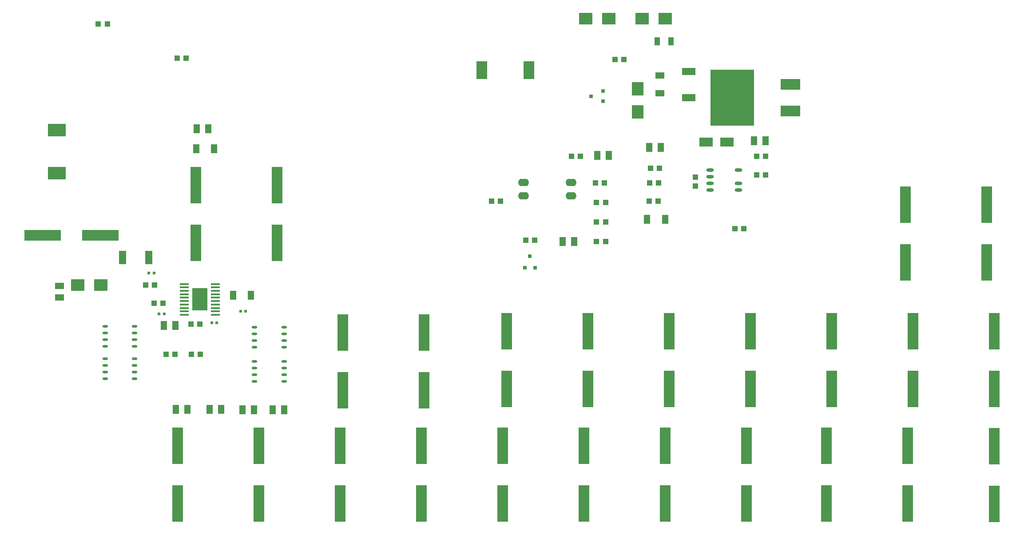
<source format=gbr>
%TF.GenerationSoftware,Altium Limited,Altium Designer,20.0.13 (296)*%
G04 Layer_Color=8421504*
%FSLAX45Y45*%
%MOMM*%
%TF.FileFunction,Paste,Top*%
%TF.Part,Single*%
G01*
G75*
%TA.AperFunction,SMDPad,CuDef*%
%ADD10R,8.38000X10.66000*%
%ADD11R,3.81000X2.03200*%
%ADD12R,3.00000X4.20000*%
%ADD13O,1.78000X0.42000*%
%ADD14R,2.00000X7.00000*%
%ADD15R,7.00000X2.00000*%
%ADD16R,2.50000X2.30000*%
%ADD17R,2.30000X2.50000*%
%ADD18R,3.40000X2.40000*%
%ADD19O,1.05000X0.45000*%
%ADD20R,2.50000X1.70000*%
%ADD21R,2.00000X3.50000*%
%ADD22R,2.50000X1.40000*%
%ADD23R,1.40000X2.50000*%
%ADD24R,1.00000X1.55000*%
%ADD25R,1.20000X1.80000*%
%ADD26R,1.10000X1.00000*%
%ADD27O,1.45000X0.60000*%
%ADD28R,1.80000X1.20000*%
%ADD29R,1.00000X1.10000*%
%ADD30O,2.10000X1.40000*%
%ADD31R,0.80000X0.80000*%
%ADD32R,0.80000X0.80000*%
%ADD33R,0.60000X0.50000*%
D10*
X13550000Y-1925000D02*
D03*
D11*
X14660001Y-2179000D02*
D03*
Y-1671000D02*
D03*
D12*
X3400000Y-5775000D02*
D03*
D13*
X3697000Y-6067500D02*
D03*
Y-6002500D02*
D03*
Y-5937500D02*
D03*
Y-5872500D02*
D03*
Y-5807500D02*
D03*
Y-5742500D02*
D03*
Y-5677500D02*
D03*
Y-5612500D02*
D03*
Y-5547500D02*
D03*
Y-5482500D02*
D03*
X3103000Y-6067500D02*
D03*
Y-6002500D02*
D03*
Y-5937500D02*
D03*
Y-5872500D02*
D03*
Y-5807500D02*
D03*
Y-5742500D02*
D03*
Y-5677500D02*
D03*
Y-5612500D02*
D03*
Y-5547500D02*
D03*
Y-5482500D02*
D03*
D14*
X18550000Y-9675000D02*
D03*
Y-8575000D02*
D03*
X16900008Y-9670001D02*
D03*
Y-8570001D02*
D03*
X15350011Y-9670001D02*
D03*
Y-8570001D02*
D03*
X13825015Y-9670001D02*
D03*
Y-8570001D02*
D03*
X12275018Y-9670001D02*
D03*
Y-8570001D02*
D03*
X10725021Y-9670001D02*
D03*
Y-8570001D02*
D03*
X9175024Y-9670001D02*
D03*
Y-8570001D02*
D03*
X7625027Y-9670001D02*
D03*
Y-8570001D02*
D03*
X6075030Y-9670001D02*
D03*
Y-8570001D02*
D03*
X4525033Y-9670001D02*
D03*
Y-8570001D02*
D03*
X2975036Y-9670001D02*
D03*
Y-8570001D02*
D03*
X9249961Y-6379999D02*
D03*
Y-7479999D02*
D03*
X10799958Y-6379999D02*
D03*
Y-7479999D02*
D03*
X12349954Y-6379999D02*
D03*
Y-7479999D02*
D03*
X13899951Y-6379999D02*
D03*
Y-7479999D02*
D03*
X15449948Y-6379999D02*
D03*
Y-7479999D02*
D03*
X16999945Y-6379999D02*
D03*
Y-7479999D02*
D03*
X18549942Y-6379999D02*
D03*
Y-7479999D02*
D03*
X4874988Y-4695001D02*
D03*
Y-3595001D02*
D03*
X3324992Y-4695001D02*
D03*
Y-3595001D02*
D03*
X6125033Y-6404999D02*
D03*
Y-7504999D02*
D03*
X7675030Y-6404999D02*
D03*
Y-7504999D02*
D03*
X18399973Y-5070001D02*
D03*
Y-3970001D02*
D03*
X16849976Y-5070001D02*
D03*
Y-3970001D02*
D03*
D15*
X404999Y-4549998D02*
D03*
X1504999D02*
D03*
D16*
X11200000Y-425000D02*
D03*
X10760000D02*
D03*
X11830000D02*
D03*
X12270000D02*
D03*
X1515000Y-5500000D02*
D03*
X1075000D02*
D03*
D17*
X11750000Y-1755000D02*
D03*
Y-2195000D02*
D03*
D18*
X675000Y-2550000D02*
D03*
Y-3370000D02*
D03*
D19*
X1593000Y-6909500D02*
D03*
Y-7036500D02*
D03*
Y-7163500D02*
D03*
Y-7290500D02*
D03*
X2157000Y-6909500D02*
D03*
Y-7036500D02*
D03*
Y-7163500D02*
D03*
Y-7290500D02*
D03*
X1593000Y-6284500D02*
D03*
Y-6411500D02*
D03*
Y-6538500D02*
D03*
Y-6665500D02*
D03*
X2157000Y-6284500D02*
D03*
Y-6411500D02*
D03*
Y-6538500D02*
D03*
Y-6665500D02*
D03*
X4443000Y-6309500D02*
D03*
Y-6436500D02*
D03*
Y-6563500D02*
D03*
Y-6690500D02*
D03*
X5007000Y-6309500D02*
D03*
Y-6436500D02*
D03*
Y-6563500D02*
D03*
Y-6690500D02*
D03*
X4443000Y-6959500D02*
D03*
Y-7086500D02*
D03*
Y-7213500D02*
D03*
Y-7340500D02*
D03*
X5007000Y-6959500D02*
D03*
Y-7086500D02*
D03*
Y-7213500D02*
D03*
Y-7340500D02*
D03*
D20*
X13050000Y-2775000D02*
D03*
X13450000D02*
D03*
D21*
X9675000Y-1400000D02*
D03*
X8775000D02*
D03*
D22*
X12725167Y-1425221D02*
D03*
Y-1925221D02*
D03*
D23*
X1925221Y-4974833D02*
D03*
X2425221D02*
D03*
D24*
X12120000Y-850000D02*
D03*
X12380000D02*
D03*
D25*
X13964999Y-2750000D02*
D03*
X14185001D02*
D03*
X3560000Y-2525000D02*
D03*
X3340000D02*
D03*
X12269997Y-4249999D02*
D03*
X11930003Y-4250001D02*
D03*
X3330003Y-2900001D02*
D03*
X3669997Y-2899999D02*
D03*
X4375000Y-5700000D02*
D03*
X4035006Y-5700003D02*
D03*
X11965000Y-2875000D02*
D03*
X12185000D02*
D03*
X11200001Y-3025000D02*
D03*
X10980000D02*
D03*
X10535000Y-4675000D02*
D03*
X10315000D02*
D03*
X2940000Y-7875000D02*
D03*
X3160000D02*
D03*
X3810000Y-7875000D02*
D03*
X3590000D02*
D03*
X4215037Y-7880000D02*
D03*
X4435037D02*
D03*
X4790035D02*
D03*
X5010036D02*
D03*
X2715000Y-6275000D02*
D03*
X2935000D02*
D03*
D26*
X11314992Y-1199992D02*
D03*
X11484992D02*
D03*
X14185008Y-3050008D02*
D03*
X14015009D02*
D03*
X14014992Y-3399992D02*
D03*
X14184991D02*
D03*
X13769998Y-4424999D02*
D03*
X13599998D02*
D03*
X12135008Y-3900008D02*
D03*
X11965008D02*
D03*
X11980001Y-3550002D02*
D03*
X12150002D02*
D03*
X11110008Y-3550008D02*
D03*
X10940008D02*
D03*
X10964992Y-3924992D02*
D03*
X11134992D02*
D03*
X11135008Y-4675008D02*
D03*
X10965008D02*
D03*
X10660008Y-3050008D02*
D03*
X10490008D02*
D03*
X11135008Y-4300008D02*
D03*
X10965008D02*
D03*
X8964992Y-3899992D02*
D03*
X9134992D02*
D03*
X9785008Y-4650008D02*
D03*
X9615008D02*
D03*
X2364992Y-5499992D02*
D03*
X2534992D02*
D03*
X3400000Y-6250000D02*
D03*
X3230000D02*
D03*
X2925000Y-6825000D02*
D03*
X2755000D02*
D03*
X3239992Y-6824992D02*
D03*
X3409992D02*
D03*
X2964992Y-1174992D02*
D03*
X3134992D02*
D03*
X1635008Y-525008D02*
D03*
X1465008D02*
D03*
X12160008Y-3275008D02*
D03*
X11990008D02*
D03*
X2524997Y-5850001D02*
D03*
X2694998D02*
D03*
D27*
X13672501Y-3690500D02*
D03*
Y-3563500D02*
D03*
Y-3309500D02*
D03*
X13127499Y-3690500D02*
D03*
Y-3563500D02*
D03*
Y-3436500D02*
D03*
Y-3309500D02*
D03*
D28*
X12174999Y-1505003D02*
D03*
X12175001Y-1844997D02*
D03*
X725000Y-5735000D02*
D03*
Y-5515000D02*
D03*
D29*
X12849992Y-3610008D02*
D03*
Y-3440008D02*
D03*
D30*
X9570000Y-3548000D02*
D03*
Y-3802000D02*
D03*
X10480000Y-3548000D02*
D03*
Y-3802000D02*
D03*
D31*
X10862500Y-1900000D02*
D03*
X11087500Y-1805000D02*
D03*
Y-1995000D02*
D03*
D32*
X9694999Y-4950000D02*
D03*
X9789998Y-5175000D02*
D03*
X9599999D02*
D03*
D33*
X3625000Y-6225000D02*
D03*
X3725000D02*
D03*
X2525000Y-5275000D02*
D03*
X2425000D02*
D03*
X2725002Y-6050003D02*
D03*
X2625002D02*
D03*
X4175000Y-6000000D02*
D03*
X4275000D02*
D03*
%TF.MD5,d97cb572ca20cfc0c176d93d2ef70d6c*%
M02*

</source>
